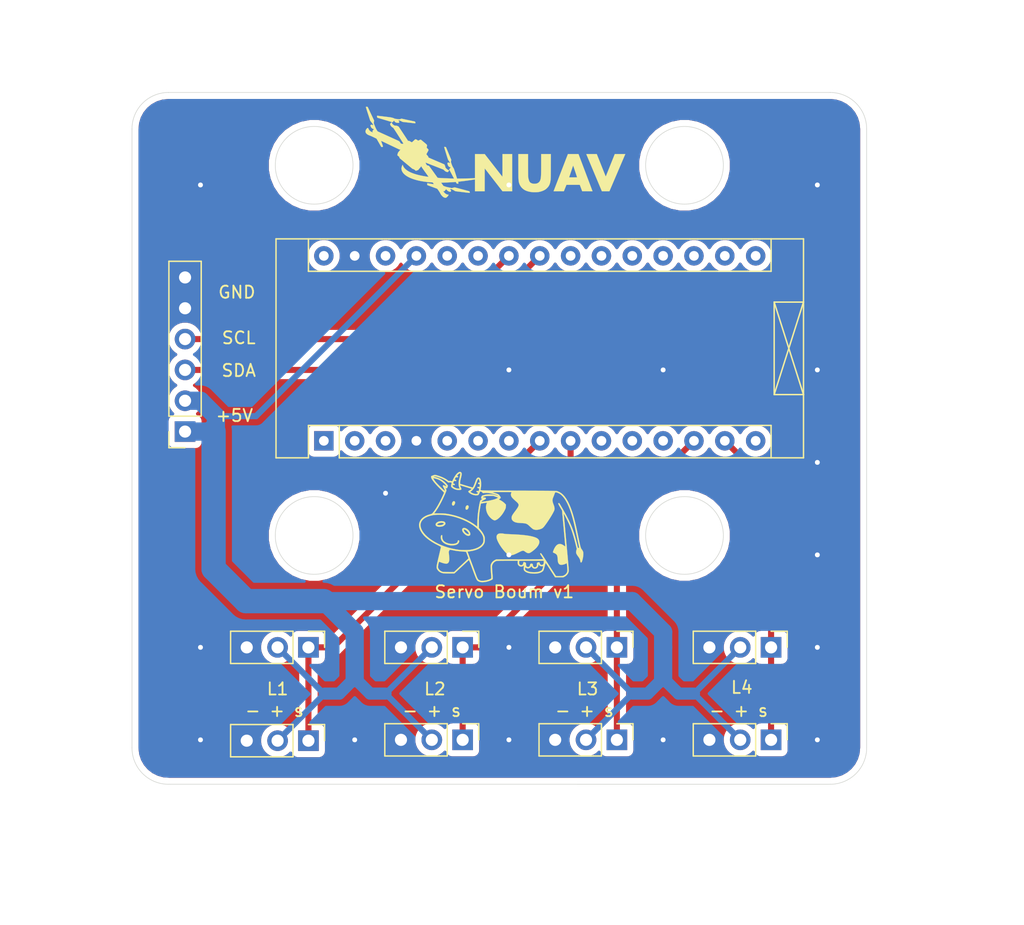
<source format=kicad_pcb>
(kicad_pcb (version 20171130) (host pcbnew 5.1.5+dfsg1-2build2)
  (layers (0 F.Cu signal) (31 B.Cu signal) (34 B.Paste user hide) (35 F.Paste user hide) (36 B.SilkS user hide) (37 F.SilkS user) (38 B.Mask user hide) (39 F.Mask user hide) (44 Edge.Cuts user))
  (net 0 "")
  (net 1 "Net-(A1-Pad16)")
  (net 2 "Net-(A1-Pad15)")
  (net 3 "Net-(A1-Pad30)")
  (net 4 Servo_1)
  (net 5 GND)
  (net 6 "Net-(A1-Pad28)")
  (net 7 "Net-(A1-Pad12)")
  (net 8 +5V)
  (net 9 "Net-(A1-Pad11)")
  (net 10 "Net-(A1-Pad26)")
  (net 11 "Net-(A1-Pad10)")
  (net 12 "Net-(A1-Pad25)")
  (net 13 SCL)
  (net 14 SDA)
  (net 15 "Net-(A1-Pad7)")
  (net 16 "Net-(A1-Pad22)")
  (net 17 "Net-(A1-Pad6)")
  (net 18 "Net-(A1-Pad21)")
  (net 19 "Net-(A1-Pad5)")
  (net 20 "Net-(A1-Pad20)")
  (net 21 "Net-(A1-Pad19)")
  (net 22 "Net-(A1-Pad3)")
  (net 23 "Net-(A1-Pad18)")
  (net 24 "Net-(A1-Pad2)")
  (net 25 "Net-(A1-Pad17)")
  (net 26 "Net-(A1-Pad1)")
  (net 27 Servo_2)
  (net 28 Servo_3)
  (net 29 Servo_4)
  (module Logos:cow (layer F.Cu) (at 65.405 99.187)
    (fp_text reference G*** hide)
    (fp_text value LOGO hide)
  )
  (module Logos:nuav7-small (layer F.Cu) (at 64.9224 68.4276)
    (fp_text reference G*** hide)
    (fp_text value LOGO hide)
  )
  (module Connector_PinHeader_2.54mm:PinHeader_1x03_P2.54mm_Vertical (layer F.Cu) (at 49.53 109.22 270)
    (fp_text reference J6)
    (fp_text value Servo_Header)
    (pad 3 thru_hole oval (at 0 5.08 270) (size 1.7 1.7) (drill 1) (layers *.Cu *.Mask) (net 5 GND))
    (pad 2 thru_hole oval (at 0 2.54 270) (size 1.7 1.7) (drill 1) (layers *.Cu *.Mask) (net 8 +5V))
    (pad 1 thru_hole rect (at 0 0 270) (size 1.7 1.7) (drill 1) (layers *.Cu *.Mask) (net 4 Servo_1))
  )
  (module Connector_PinHeader_2.54mm:PinHeader_1x03_P2.54mm_Vertical (layer F.Cu) (at 87.63 109.22 270)
    (fp_text reference J9)
    (fp_text value Servo_Header)
    (pad 3 thru_hole oval (at 0 5.08 270) (size 1.7 1.7) (drill 1) (layers *.Cu *.Mask) (net 5 GND))
    (pad 2 thru_hole oval (at 0 2.54 270) (size 1.7 1.7) (drill 1) (layers *.Cu *.Mask) (net 8 +5V))
    (pad 1 thru_hole rect (at 0 0 270) (size 1.7 1.7) (drill 1) (layers *.Cu *.Mask) (net 29 Servo_4))
  )
  (module Connector_PinHeader_2.54mm:PinHeader_1x03_P2.54mm_Vertical (layer F.Cu) (at 74.93 109.22 270)
    (fp_text reference J8)
    (fp_text value Servo_Header)
    (pad 3 thru_hole oval (at 0 5.08 270) (size 1.7 1.7) (drill 1) (layers *.Cu *.Mask) (net 5 GND))
    (pad 2 thru_hole oval (at 0 2.54 270) (size 1.7 1.7) (drill 1) (layers *.Cu *.Mask) (net 8 +5V))
    (pad 1 thru_hole rect (at 0 0 270) (size 1.7 1.7) (drill 1) (layers *.Cu *.Mask) (net 28 Servo_3))
  )
  (module Connector_PinHeader_2.54mm:PinHeader_1x03_P2.54mm_Vertical (layer F.Cu) (at 62.23 116.84 270)
    (fp_text reference J7)
    (fp_text value Servo_Header)
    (pad 3 thru_hole oval (at 0 5.08 270) (size 1.7 1.7) (drill 1) (layers *.Cu *.Mask) (net 5 GND))
    (pad 2 thru_hole oval (at 0 2.54 270) (size 1.7 1.7) (drill 1) (layers *.Cu *.Mask) (net 8 +5V))
    (pad 1 thru_hole rect (at 0 0 270) (size 1.7 1.7) (drill 1) (layers *.Cu *.Mask) (net 27 Servo_2))
  )
  (module Connector_PinSocket_2.54mm:PinSocket_1x06_P2.54mm_Vertical (layer F.Cu) (at 39.37 91.44 180)
    (fp_text reference J5)
    (fp_text value Input_header)
    (pad 6 thru_hole oval (at 0 12.7 180) (size 1.7 1.7) (drill 1) (layers *.Cu *.Mask) (net 5 GND))
    (pad 5 thru_hole oval (at 0 10.16 180) (size 1.7 1.7) (drill 1) (layers *.Cu *.Mask) (net 5 GND))
    (pad 4 thru_hole oval (at 0 7.62 180) (size 1.7 1.7) (drill 1) (layers *.Cu *.Mask) (net 13 SCL))
    (pad 3 thru_hole oval (at 0 5.08 180) (size 1.7 1.7) (drill 1) (layers *.Cu *.Mask) (net 14 SDA))
    (pad 2 thru_hole oval (at 0 2.54 180) (size 1.7 1.7) (drill 1) (layers *.Cu *.Mask) (net 8 +5V))
    (pad 1 thru_hole rect (at 0 0 180) (size 1.7 1.7) (drill 1) (layers *.Cu *.Mask) (net 8 +5V))
  )
  (module Connector_PinHeader_2.54mm:PinHeader_1x03_P2.54mm_Vertical (layer F.Cu) (at 87.63 116.84 270)
    (fp_text reference J4)
    (fp_text value Servo_Header)
    (pad 3 thru_hole oval (at 0 5.08 270) (size 1.7 1.7) (drill 1) (layers *.Cu *.Mask) (net 5 GND))
    (pad 2 thru_hole oval (at 0 2.54 270) (size 1.7 1.7) (drill 1) (layers *.Cu *.Mask) (net 8 +5V))
    (pad 1 thru_hole rect (at 0 0 270) (size 1.7 1.7) (drill 1) (layers *.Cu *.Mask) (net 29 Servo_4))
  )
  (module Connector_PinHeader_2.54mm:PinHeader_1x03_P2.54mm_Vertical (layer F.Cu) (at 74.93 116.84 270)
    (fp_text reference J3)
    (fp_text value Servo_Header)
    (pad 3 thru_hole oval (at 0 5.08 270) (size 1.7 1.7) (drill 1) (layers *.Cu *.Mask) (net 5 GND))
    (pad 2 thru_hole oval (at 0 2.54 270) (size 1.7 1.7) (drill 1) (layers *.Cu *.Mask) (net 8 +5V))
    (pad 1 thru_hole rect (at 0 0 270) (size 1.7 1.7) (drill 1) (layers *.Cu *.Mask) (net 28 Servo_3))
  )
  (module Connector_PinHeader_2.54mm:PinHeader_1x03_P2.54mm_Vertical (layer F.Cu) (at 62.23 109.22 270)
    (fp_text reference J2)
    (fp_text value Servo_Header)
    (pad 3 thru_hole oval (at 0 5.08 270) (size 1.7 1.7) (drill 1) (layers *.Cu *.Mask) (net 5 GND))
    (pad 2 thru_hole oval (at 0 2.54 270) (size 1.7 1.7) (drill 1) (layers *.Cu *.Mask) (net 8 +5V))
    (pad 1 thru_hole rect (at 0 0 270) (size 1.7 1.7) (drill 1) (layers *.Cu *.Mask) (net 27 Servo_2))
  )
  (module Connector_PinHeader_2.54mm:PinHeader_1x03_P2.54mm_Vertical (layer F.Cu) (at 49.53 116.91 270)
    (fp_text reference J1)
    (fp_text value Servo_Header)
    (pad 3 thru_hole oval (at 0 5.08 270) (size 1.7 1.7) (drill 1) (layers *.Cu *.Mask) (net 5 GND))
    (pad 2 thru_hole oval (at 0 2.54 270) (size 1.7 1.7) (drill 1) (layers *.Cu *.Mask) (net 8 +5V))
    (pad 1 thru_hole rect (at 0 0 270) (size 1.7 1.7) (drill 1) (layers *.Cu *.Mask) (net 4 Servo_1))
  )
  (module Module:Arduino_Nano (layer F.Cu) (at 50.8 92.202 90)
    (fp_text reference A1)
    (fp_text value Arduino_Nano_v2.x)
    (pad 16 thru_hole oval (at 15.24 35.56 90) (size 1.6 1.6) (drill 0.8) (layers *.Cu *.Mask) (net 1 "Net-(A1-Pad16)"))
    (pad 15 thru_hole oval (at 0 35.56 90) (size 1.6 1.6) (drill 0.8) (layers *.Cu *.Mask) (net 2 "Net-(A1-Pad15)"))
    (pad 30 thru_hole oval (at 15.24 0 90) (size 1.6 1.6) (drill 0.8) (layers *.Cu *.Mask) (net 3 "Net-(A1-Pad30)"))
    (pad 14 thru_hole oval (at 0 33.02 90) (size 1.6 1.6) (drill 0.8) (layers *.Cu *.Mask) (net 29 Servo_4))
    (pad 29 thru_hole oval (at 15.24 2.54 90) (size 1.6 1.6) (drill 0.8) (layers *.Cu *.Mask) (net 5 GND))
    (pad 13 thru_hole oval (at 0 30.48 90) (size 1.6 1.6) (drill 0.8) (layers *.Cu *.Mask) (net 28 Servo_3))
    (pad 28 thru_hole oval (at 15.24 5.08 90) (size 1.6 1.6) (drill 0.8) (layers *.Cu *.Mask) (net 6 "Net-(A1-Pad28)"))
    (pad 12 thru_hole oval (at 0 27.94 90) (size 1.6 1.6) (drill 0.8) (layers *.Cu *.Mask) (net 7 "Net-(A1-Pad12)"))
    (pad 27 thru_hole oval (at 15.24 7.62 90) (size 1.6 1.6) (drill 0.8) (layers *.Cu *.Mask) (net 8 +5V))
    (pad 11 thru_hole oval (at 0 25.4 90) (size 1.6 1.6) (drill 0.8) (layers *.Cu *.Mask) (net 9 "Net-(A1-Pad11)"))
    (pad 26 thru_hole oval (at 15.24 10.16 90) (size 1.6 1.6) (drill 0.8) (layers *.Cu *.Mask) (net 10 "Net-(A1-Pad26)"))
    (pad 10 thru_hole oval (at 0 22.86 90) (size 1.6 1.6) (drill 0.8) (layers *.Cu *.Mask) (net 11 "Net-(A1-Pad10)"))
    (pad 25 thru_hole oval (at 15.24 12.7 90) (size 1.6 1.6) (drill 0.8) (layers *.Cu *.Mask) (net 12 "Net-(A1-Pad25)"))
    (pad 9 thru_hole oval (at 0 20.32 90) (size 1.6 1.6) (drill 0.8) (layers *.Cu *.Mask) (net 27 Servo_2))
    (pad 24 thru_hole oval (at 15.24 15.24 90) (size 1.6 1.6) (drill 0.8) (layers *.Cu *.Mask) (net 13 SCL))
    (pad 8 thru_hole oval (at 0 17.78 90) (size 1.6 1.6) (drill 0.8) (layers *.Cu *.Mask) (net 4 Servo_1))
    (pad 23 thru_hole oval (at 15.24 17.78 90) (size 1.6 1.6) (drill 0.8) (layers *.Cu *.Mask) (net 14 SDA))
    (pad 7 thru_hole oval (at 0 15.24 90) (size 1.6 1.6) (drill 0.8) (layers *.Cu *.Mask) (net 15 "Net-(A1-Pad7)"))
    (pad 22 thru_hole oval (at 15.24 20.32 90) (size 1.6 1.6) (drill 0.8) (layers *.Cu *.Mask) (net 16 "Net-(A1-Pad22)"))
    (pad 6 thru_hole oval (at 0 12.7 90) (size 1.6 1.6) (drill 0.8) (layers *.Cu *.Mask) (net 17 "Net-(A1-Pad6)"))
    (pad 21 thru_hole oval (at 15.24 22.86 90) (size 1.6 1.6) (drill 0.8) (layers *.Cu *.Mask) (net 18 "Net-(A1-Pad21)"))
    (pad 5 thru_hole oval (at 0 10.16 90) (size 1.6 1.6) (drill 0.8) (layers *.Cu *.Mask) (net 19 "Net-(A1-Pad5)"))
    (pad 20 thru_hole oval (at 15.24 25.4 90) (size 1.6 1.6) (drill 0.8) (layers *.Cu *.Mask) (net 20 "Net-(A1-Pad20)"))
    (pad 4 thru_hole oval (at 0 7.62 90) (size 1.6 1.6) (drill 0.8) (layers *.Cu *.Mask) (net 5 GND))
    (pad 19 thru_hole oval (at 15.24 27.94 90) (size 1.6 1.6) (drill 0.8) (layers *.Cu *.Mask) (net 21 "Net-(A1-Pad19)"))
    (pad 3 thru_hole oval (at 0 5.08 90) (size 1.6 1.6) (drill 0.8) (layers *.Cu *.Mask) (net 22 "Net-(A1-Pad3)"))
    (pad 18 thru_hole oval (at 15.24 30.48 90) (size 1.6 1.6) (drill 0.8) (layers *.Cu *.Mask) (net 23 "Net-(A1-Pad18)"))
    (pad 2 thru_hole oval (at 0 2.54 90) (size 1.6 1.6) (drill 0.8) (layers *.Cu *.Mask) (net 24 "Net-(A1-Pad2)"))
    (pad 17 thru_hole oval (at 15.24 33.02 90) (size 1.6 1.6) (drill 0.8) (layers *.Cu *.Mask) (net 25 "Net-(A1-Pad17)"))
    (pad 1 thru_hole rect (at 0 0 90) (size 1.6 1.6) (drill 0.8) (layers *.Cu *.Mask) (net 26 "Net-(A1-Pad1)"))
  )
  (gr_text "L4\n" (at 85.217 112.522) (layer F.SilkS) (effects (font (size 1 1))))
  (gr_text "L3\n" (at 72.517 112.649) (layer F.SilkS) (effects (font (size 1 1))))
  (gr_text "L2\n" (at 59.944 112.649) (layer F.SilkS) (effects (font (size 1 1))))
  (gr_text L1 (at 46.99 112.649) (layer F.SilkS) (effects (font (size 1 1))))
  (gr_text "- + s" (at 84.963 114.427) (layer F.SilkS) (effects (font (size 1 1))))
  (gr_text "- + s" (at 72.263 114.427) (layer F.SilkS) (effects (font (size 1 1))))
  (gr_text "- + s" (at 59.69 114.427) (layer F.SilkS) (effects (font (size 1 1))))
  (gr_text "- + s" (at 46.736 114.427) (layer F.SilkS) (effects (font (size 1 1))))
  (gr_line (start 87.884 88.392) (end 90.297 80.772) (layer F.SilkS) (width 0.12))
  (gr_line (start 87.884 80.772) (end 90.297 88.392) (layer F.SilkS) (width 0.12))
  (gr_line (start 87.884 80.772) (end 90.297 80.772) (layer F.SilkS) (width 0.12))
  (gr_line (start 90.17 88.392) (end 90.297 88.392) (layer F.SilkS) (width 0.12))
  (gr_line (start 87.884 88.392) (end 90.17 88.392) (layer F.SilkS) (width 0.12))
  (gr_line (start 87.884 80.772) (end 87.884 88.392) (layer F.SilkS) (width 0.12))
  (gr_text "Servo Boum v1" (at 65.659 104.648) (layer F.SilkS) (effects (font (size 1 1))))
  (gr_text SDA (at 43.7896 86.4108) (layer F.SilkS) (effects (font (size 1 1))))
  (gr_text SCL (at 43.7896 83.7184) (layer F.SilkS) (effects (font (size 1 1))))
  (gr_text +5V (at 43.434 90.1192) (layer F.SilkS) (effects (font (size 1 1))))
  (gr_text GND (at 43.6372 79.9592) (layer F.SilkS) (effects (font (size 1 1))))
  (gr_arc (start 92.5 66.5) (end 95.5 66.5) (angle -90) (layer Edge.Cuts) (width 0.05))
  (gr_arc (start 38 66.5) (end 38 63.5) (angle -90) (layer Edge.Cuts) (width 0.05))
  (gr_arc (start 92.5 117.5) (end 92.5 120.5) (angle -90) (layer Edge.Cuts) (width 0.05))
  (gr_arc (start 38 117.5) (end 35 117.5) (angle -91.3) (layer Edge.Cuts) (width 0.05))
  (gr_line (start 35 117.5) (end 35 66.5) (layer Edge.Cuts) (width 0.05))
  (gr_line (start 92.5 120.5) (end 38.068062 120.499228) (layer Edge.Cuts) (width 0.05))
  (gr_line (start 95.5 66.5) (end 95.5 117.5) (layer Edge.Cuts) (width 0.05))
  (gr_line (start 38 63.5) (end 92.5 63.5) (layer Edge.Cuts) (width 0.05))
  (gr_circle (center 50 69.5) (end 53.2 69.5) (layer Edge.Cuts) (width 0.05))
  (gr_circle (center 80.5 69.5) (end 83.7 69.5) (layer Edge.Cuts) (width 0.05))
  (gr_circle (center 80.5 100) (end 83.7 100) (layer Edge.Cuts) (width 0.05))
  (gr_circle (center 50 100) (end 53.2 100) (layer Edge.Cuts) (width 0.05))
  (segment (start 49.53 116.91) (end 49.53 109.22) (width 0.5) (layer F.Cu) (net 4))
  (segment (start 51.562 109.22) (end 68.58 92.202) (width 0.5) (layer F.Cu) (net 4))
  (segment (start 49.53 109.22) (end 51.562 109.22) (width 0.5) (layer F.Cu) (net 4))
  (via (at 66.04 109.22) (size 0.8) (drill 0.4) (layers F.Cu B.Cu) (net 5))
  (via (at 66.04 116.84) (size 0.8) (drill 0.4) (layers F.Cu B.Cu) (net 5))
  (via (at 53.34 116.84) (size 0.8) (drill 0.4) (layers F.Cu B.Cu) (net 5))
  (via (at 40.64 116.84) (size 0.8) (drill 0.4) (layers F.Cu B.Cu) (net 5))
  (via (at 40.64 109.22) (size 0.8) (drill 0.4) (layers F.Cu B.Cu) (net 5))
  (via (at 91.44 109.22) (size 0.8) (drill 0.4) (layers F.Cu B.Cu) (net 5))
  (via (at 91.44 116.84) (size 0.8) (drill 0.4) (layers F.Cu B.Cu) (net 5))
  (via (at 91.44 101.6) (size 0.8) (drill 0.4) (layers F.Cu B.Cu) (net 5))
  (via (at 78.74 116.84) (size 0.8) (drill 0.4) (layers F.Cu B.Cu) (net 5))
  (via (at 66.04 101.6) (size 0.8) (drill 0.4) (layers F.Cu B.Cu) (net 5))
  (via (at 91.44 93.98) (size 0.8) (drill 0.4) (layers F.Cu B.Cu) (net 5))
  (via (at 91.44 86.36) (size 0.8) (drill 0.4) (layers F.Cu B.Cu) (net 5))
  (via (at 78.74 86.36) (size 0.8) (drill 0.4) (layers F.Cu B.Cu) (net 5))
  (via (at 66.04 86.36) (size 0.8) (drill 0.4) (layers F.Cu B.Cu) (net 5))
  (via (at 91.44 71.12) (size 0.8) (drill 0.4) (layers F.Cu B.Cu) (net 5))
  (via (at 66.04 71.12) (size 0.8) (drill 0.4) (layers F.Cu B.Cu) (net 5))
  (via (at 40.64 71.12) (size 0.8) (drill 0.4) (layers F.Cu B.Cu) (net 5))
  (via (at 55.88 96.52) (size 0.8) (drill 0.4) (layers F.Cu B.Cu) (net 5))
  (segment (start 59.69 116.84) (end 55.88 113.03) (width 0.5) (layer B.Cu) (net 8))
  (segment (start 55.88 113.03) (end 59.69 109.22) (width 0.5) (layer B.Cu) (net 8))
  (segment (start 46.99 116.91) (end 50.87 113.03) (width 0.5) (layer B.Cu) (net 8))
  (segment (start 50.8 113.03) (end 46.99 109.22) (width 0.5) (layer B.Cu) (net 8))
  (segment (start 50.87 113.03) (end 50.8 113.03) (width 0.5) (layer B.Cu) (net 8))
  (segment (start 72.39 116.84) (end 76.2 113.03) (width 0.5) (layer B.Cu) (net 8))
  (segment (start 76.2 113.03) (end 72.39 109.22) (width 0.5) (layer B.Cu) (net 8))
  (segment (start 85.09 116.84) (end 81.28 113.03) (width 0.5) (layer B.Cu) (net 8))
  (segment (start 81.28 113.03) (end 85.09 109.22) (width 0.5) (layer B.Cu) (net 8))
  (segment (start 50.87 113.03) (end 52.07 113.03) (width 1) (layer B.Cu) (net 8))
  (segment (start 52.07 113.03) (end 53.34 111.76) (width 1) (layer B.Cu) (net 8))
  (segment (start 53.34 111.76) (end 54.61 113.03) (width 1) (layer B.Cu) (net 8))
  (segment (start 54.61 113.03) (end 55.88 113.03) (width 1) (layer B.Cu) (net 8))
  (segment (start 76.2 113.03) (end 77.47 113.03) (width 1) (layer B.Cu) (net 8))
  (segment (start 77.47 113.03) (end 78.74 111.76) (width 1) (layer B.Cu) (net 8))
  (segment (start 78.74 111.76) (end 80.01 113.03) (width 1) (layer B.Cu) (net 8))
  (segment (start 80.01 113.03) (end 81.28 113.03) (width 1) (layer B.Cu) (net 8))
  (segment (start 40.64 88.9) (end 39.37 88.9) (width 1.5) (layer B.Cu) (net 8))
  (segment (start 41.91 90.17) (end 40.64 88.9) (width 1.5) (layer B.Cu) (net 8))
  (segment (start 41.91 91.63) (end 41.91 90.17) (width 1.5) (layer B.Cu) (net 8))
  (segment (start 41.72 91.44) (end 41.91 91.63) (width 1.5) (layer B.Cu) (net 8))
  (segment (start 39.37 91.44) (end 41.72 91.44) (width 1.5) (layer B.Cu) (net 8))
  (segment (start 41.72 91.44) (end 41.72 102.747919) (width 2) (layer B.Cu) (net 8))
  (segment (start 76.2 105.41) (end 78.74 107.95) (width 1.5) (layer B.Cu) (net 8))
  (segment (start 50.8 105.41) (end 76.2 105.41) (width 1.5) (layer B.Cu) (net 8))
  (segment (start 78.74 107.95) (end 78.74 109.22) (width 1.5) (layer B.Cu) (net 8))
  (segment (start 53.34 107.95) (end 50.8 105.41) (width 1.5) (layer B.Cu) (net 8))
  (segment (start 53.34 111.76) (end 53.34 107.95) (width 1.5) (layer B.Cu) (net 8))
  (segment (start 44.382081 105.41) (end 50.8 105.41) (width 2) (layer B.Cu) (net 8))
  (segment (start 41.72 102.747919) (end 44.382081 105.41) (width 2) (layer B.Cu) (net 8))
  (segment (start 78.74 109.22) (end 78.74 111.76) (width 1.5) (layer B.Cu) (net 8))
  (segment (start 45.212 90.17) (end 58.42 76.962) (width 0.5) (layer B.Cu) (net 8))
  (segment (start 41.91 90.17) (end 45.212 90.17) (width 0.5) (layer B.Cu) (net 8))
  (segment (start 59.182 83.82) (end 66.04 76.962) (width 0.5) (layer F.Cu) (net 13))
  (segment (start 39.37 83.82) (end 59.182 83.82) (width 0.5) (layer F.Cu) (net 13))
  (segment (start 59.182 86.36) (end 68.58 76.962) (width 0.5) (layer F.Cu) (net 14))
  (segment (start 39.37 86.36) (end 59.182 86.36) (width 0.5) (layer F.Cu) (net 14))
  (segment (start 62.23 109.22) (end 63.58 109.22) (width 0.5) (layer F.Cu) (net 27))
  (segment (start 62.23 116.84) (end 62.23 109.22) (width 0.5) (layer F.Cu) (net 27))
  (segment (start 71.12 101.68) (end 71.12 92.202) (width 0.5) (layer F.Cu) (net 27))
  (segment (start 63.58 109.22) (end 71.12 101.68) (width 0.5) (layer F.Cu) (net 27))
  (segment (start 74.93 116.84) (end 74.93 109.22) (width 0.5) (layer F.Cu) (net 28))
  (segment (start 74.93 98.552) (end 81.28 92.202) (width 0.5) (layer F.Cu) (net 28))
  (segment (start 74.93 109.22) (end 74.93 98.552) (width 0.5) (layer F.Cu) (net 28))
  (segment (start 87.63 116.84) (end 87.63 109.22) (width 0.5) (layer F.Cu) (net 29))
  (segment (start 87.63 96.012) (end 83.82 92.202) (width 0.5) (layer F.Cu) (net 29))
  (segment (start 87.63 109.22) (end 87.63 96.012) (width 0.5) (layer F.Cu) (net 29))
  (zone (net 5) (net_name GND) (layer F.Cu) (connect_pads yes (clearance 0.508)) (min_thickness 0.254) (fill yes (arc_segments 32) (thermal_gap 0.508) (thermal_bridge_width 0.508) (smoothing chamfer))
    (polygon (pts (xy 106.68 125.984) (xy 26.416 127.762) (xy 27.686 58.166) (xy 102.616 55.88)))
  )
  (zone (net 5) (net_name GND) (layer B.Cu) (connect_pads yes (clearance 0.508)) (min_thickness 0.254) (fill yes (arc_segments 32) (thermal_gap 0.508) (thermal_bridge_width 0.508) (smoothing chamfer))
    (polygon (pts (xy 108.458 62.992) (xy 97.536 132.08) (xy 33.02 132.08) (xy 24.13 59.436)))
  )
)
</source>
